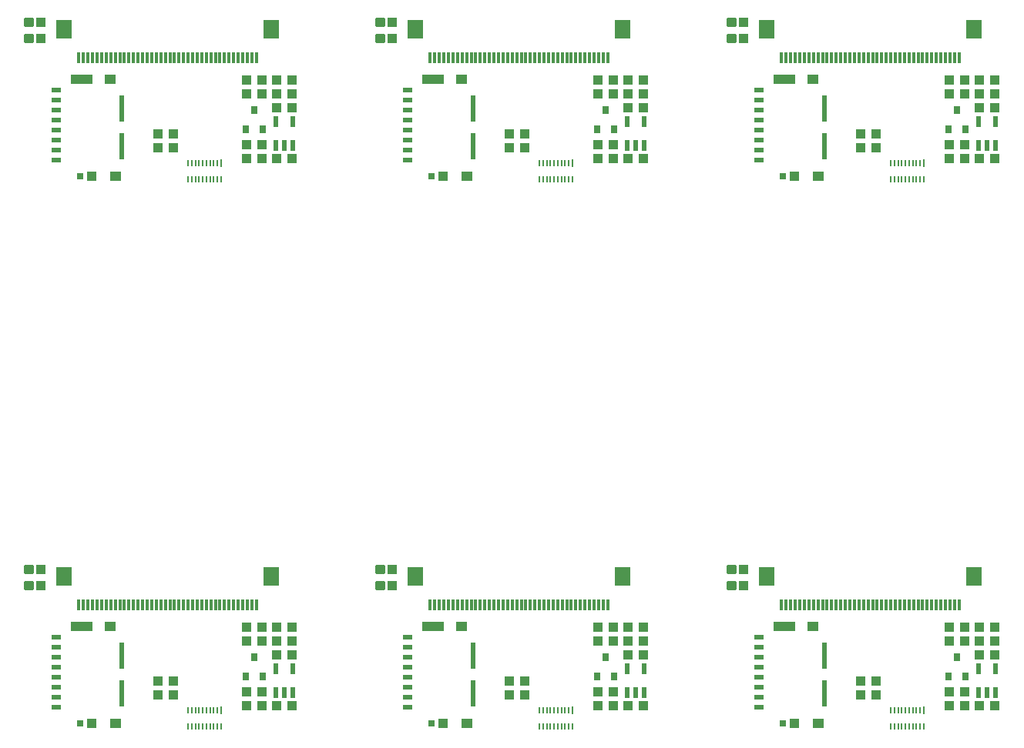
<source format=gtp>
G75*
%MOIN*%
%OFA0B0*%
%FSLAX25Y25*%
%IPPOS*%
%LPD*%
%AMOC8*
5,1,8,0,0,1.08239X$1,22.5*
%
%ADD10R,0.00787X0.03150*%
%ADD11R,0.00787X0.03543*%
%ADD12R,0.02165X0.04724*%
%ADD13R,0.04331X0.03937*%
%ADD14R,0.03150X0.03543*%
%ADD15R,0.01181X0.04724*%
%ADD16R,0.07087X0.07874*%
%ADD17R,0.03937X0.01969*%
%ADD18R,0.03071X0.02835*%
%ADD19R,0.04252X0.04134*%
%ADD20R,0.04724X0.04134*%
%ADD21R,0.09409X0.04134*%
%ADD22R,0.02165X0.11457*%
%ADD23C,0.01181*%
%ADD24R,0.03937X0.04331*%
D10*
X0139755Y0124906D03*
X0141330Y0124906D03*
X0142905Y0124906D03*
X0144480Y0124906D03*
X0146054Y0124906D03*
X0147629Y0124906D03*
X0149204Y0124906D03*
X0150779Y0124906D03*
X0152354Y0124906D03*
X0153928Y0124906D03*
X0152354Y0131993D03*
X0150779Y0131993D03*
X0149204Y0131993D03*
X0147629Y0131993D03*
X0146054Y0131993D03*
X0144480Y0131993D03*
X0142905Y0131993D03*
X0141330Y0131993D03*
X0139755Y0131993D03*
X0291755Y0131993D03*
X0293330Y0131993D03*
X0294905Y0131993D03*
X0296480Y0131993D03*
X0298054Y0131993D03*
X0299629Y0131993D03*
X0301204Y0131993D03*
X0302779Y0131993D03*
X0304354Y0131993D03*
X0304354Y0124906D03*
X0305928Y0124906D03*
X0302779Y0124906D03*
X0301204Y0124906D03*
X0299629Y0124906D03*
X0298054Y0124906D03*
X0296480Y0124906D03*
X0294905Y0124906D03*
X0293330Y0124906D03*
X0291755Y0124906D03*
X0443755Y0124906D03*
X0445330Y0124906D03*
X0446905Y0124906D03*
X0448480Y0124906D03*
X0450054Y0124906D03*
X0451629Y0124906D03*
X0453204Y0124906D03*
X0454779Y0124906D03*
X0456354Y0124906D03*
X0457928Y0124906D03*
X0456354Y0131993D03*
X0454779Y0131993D03*
X0453204Y0131993D03*
X0451629Y0131993D03*
X0450054Y0131993D03*
X0448480Y0131993D03*
X0446905Y0131993D03*
X0445330Y0131993D03*
X0443755Y0131993D03*
X0443755Y0361906D03*
X0445330Y0361906D03*
X0446905Y0361906D03*
X0448480Y0361906D03*
X0450054Y0361906D03*
X0451629Y0361906D03*
X0453204Y0361906D03*
X0454779Y0361906D03*
X0456354Y0361906D03*
X0457928Y0361906D03*
X0456354Y0368993D03*
X0454779Y0368993D03*
X0453204Y0368993D03*
X0451629Y0368993D03*
X0450054Y0368993D03*
X0448480Y0368993D03*
X0446905Y0368993D03*
X0445330Y0368993D03*
X0443755Y0368993D03*
X0305928Y0361906D03*
X0304354Y0361906D03*
X0302779Y0361906D03*
X0301204Y0361906D03*
X0299629Y0361906D03*
X0298054Y0361906D03*
X0296480Y0361906D03*
X0294905Y0361906D03*
X0293330Y0361906D03*
X0291755Y0361906D03*
X0291755Y0368993D03*
X0293330Y0368993D03*
X0294905Y0368993D03*
X0296480Y0368993D03*
X0298054Y0368993D03*
X0299629Y0368993D03*
X0301204Y0368993D03*
X0302779Y0368993D03*
X0304354Y0368993D03*
X0153928Y0361906D03*
X0152354Y0361906D03*
X0150779Y0361906D03*
X0149204Y0361906D03*
X0147629Y0361906D03*
X0146054Y0361906D03*
X0144480Y0361906D03*
X0142905Y0361906D03*
X0141330Y0361906D03*
X0139755Y0361906D03*
X0139755Y0368993D03*
X0141330Y0368993D03*
X0142905Y0368993D03*
X0144480Y0368993D03*
X0146054Y0368993D03*
X0147629Y0368993D03*
X0149204Y0368993D03*
X0150779Y0368993D03*
X0152354Y0368993D03*
D11*
X0153928Y0368796D03*
X0305928Y0368796D03*
X0457928Y0368796D03*
X0457928Y0131796D03*
X0305928Y0131796D03*
X0153928Y0131796D03*
D12*
X0177602Y0139731D03*
X0181342Y0139731D03*
X0185082Y0139731D03*
X0185082Y0149968D03*
X0177602Y0149968D03*
X0329602Y0149968D03*
X0337082Y0149968D03*
X0337082Y0139731D03*
X0333342Y0139731D03*
X0329602Y0139731D03*
X0481602Y0139731D03*
X0485342Y0139731D03*
X0489082Y0139731D03*
X0489082Y0149968D03*
X0481602Y0149968D03*
X0481602Y0376731D03*
X0485342Y0376731D03*
X0489082Y0376731D03*
X0489082Y0386968D03*
X0481602Y0386968D03*
X0337082Y0386968D03*
X0329602Y0386968D03*
X0329602Y0376731D03*
X0333342Y0376731D03*
X0337082Y0376731D03*
X0185082Y0376731D03*
X0181342Y0376731D03*
X0177602Y0376731D03*
X0177602Y0386968D03*
X0185082Y0386968D03*
D13*
X0184688Y0392950D03*
X0184688Y0398950D03*
X0184688Y0404950D03*
X0177995Y0404950D03*
X0177995Y0398950D03*
X0177995Y0392950D03*
X0171688Y0398950D03*
X0171688Y0404950D03*
X0164995Y0404950D03*
X0164995Y0398950D03*
X0164995Y0376950D03*
X0164995Y0370950D03*
X0171688Y0370950D03*
X0171688Y0376950D03*
X0177995Y0370950D03*
X0184688Y0370950D03*
X0133188Y0375450D03*
X0133188Y0381450D03*
X0126495Y0381450D03*
X0126495Y0375450D03*
X0278495Y0375450D03*
X0278495Y0381450D03*
X0285188Y0381450D03*
X0285188Y0375450D03*
X0316995Y0376950D03*
X0316995Y0370950D03*
X0323688Y0370950D03*
X0323688Y0376950D03*
X0329995Y0370950D03*
X0336688Y0370950D03*
X0336688Y0392950D03*
X0336688Y0398950D03*
X0336688Y0404950D03*
X0329995Y0404950D03*
X0329995Y0398950D03*
X0329995Y0392950D03*
X0323688Y0398950D03*
X0323688Y0404950D03*
X0316995Y0404950D03*
X0316995Y0398950D03*
X0430495Y0381450D03*
X0430495Y0375450D03*
X0437188Y0375450D03*
X0437188Y0381450D03*
X0468995Y0376950D03*
X0468995Y0370950D03*
X0475688Y0370950D03*
X0475688Y0376950D03*
X0481995Y0370950D03*
X0488688Y0370950D03*
X0488688Y0392950D03*
X0488688Y0398950D03*
X0488688Y0404950D03*
X0481995Y0404950D03*
X0481995Y0398950D03*
X0481995Y0392950D03*
X0475688Y0398950D03*
X0475688Y0404950D03*
X0468995Y0404950D03*
X0468995Y0398950D03*
X0468995Y0167950D03*
X0468995Y0161950D03*
X0475688Y0161950D03*
X0475688Y0167950D03*
X0481995Y0167950D03*
X0481995Y0161950D03*
X0481995Y0155950D03*
X0488688Y0155950D03*
X0488688Y0161950D03*
X0488688Y0167950D03*
X0475688Y0139950D03*
X0475688Y0133950D03*
X0468995Y0133950D03*
X0468995Y0139950D03*
X0481995Y0133950D03*
X0488688Y0133950D03*
X0437188Y0138450D03*
X0437188Y0144450D03*
X0430495Y0144450D03*
X0430495Y0138450D03*
X0336688Y0133950D03*
X0329995Y0133950D03*
X0323688Y0133950D03*
X0323688Y0139950D03*
X0316995Y0139950D03*
X0316995Y0133950D03*
X0329995Y0155950D03*
X0329995Y0161950D03*
X0329995Y0167950D03*
X0323688Y0167950D03*
X0323688Y0161950D03*
X0316995Y0161950D03*
X0316995Y0167950D03*
X0336688Y0167950D03*
X0336688Y0161950D03*
X0336688Y0155950D03*
X0285188Y0144450D03*
X0285188Y0138450D03*
X0278495Y0138450D03*
X0278495Y0144450D03*
X0184688Y0133950D03*
X0177995Y0133950D03*
X0171688Y0133950D03*
X0171688Y0139950D03*
X0164995Y0139950D03*
X0164995Y0133950D03*
X0177995Y0155950D03*
X0177995Y0161950D03*
X0177995Y0167950D03*
X0171688Y0167950D03*
X0171688Y0161950D03*
X0164995Y0161950D03*
X0164995Y0167950D03*
X0184688Y0167950D03*
X0184688Y0161950D03*
X0184688Y0155950D03*
X0133188Y0144450D03*
X0133188Y0138450D03*
X0126495Y0138450D03*
X0126495Y0144450D03*
D14*
X0164602Y0146513D03*
X0172082Y0146513D03*
X0168342Y0154780D03*
X0316602Y0146513D03*
X0324082Y0146513D03*
X0320342Y0154780D03*
X0468602Y0146513D03*
X0472342Y0154780D03*
X0476082Y0146513D03*
X0476082Y0383513D03*
X0472342Y0391780D03*
X0468602Y0383513D03*
X0324082Y0383513D03*
X0316602Y0383513D03*
X0320342Y0391780D03*
X0172082Y0383513D03*
X0164602Y0383513D03*
X0168342Y0391780D03*
D15*
X0169228Y0414587D03*
X0167259Y0414587D03*
X0165291Y0414587D03*
X0163322Y0414587D03*
X0161354Y0414587D03*
X0159385Y0414587D03*
X0157417Y0414587D03*
X0155448Y0414587D03*
X0153480Y0414587D03*
X0151511Y0414587D03*
X0149543Y0414587D03*
X0147574Y0414587D03*
X0145606Y0414587D03*
X0143637Y0414587D03*
X0141669Y0414587D03*
X0139700Y0414587D03*
X0137732Y0414587D03*
X0135763Y0414587D03*
X0133795Y0414587D03*
X0131826Y0414587D03*
X0129858Y0414587D03*
X0127889Y0414587D03*
X0125921Y0414587D03*
X0123952Y0414587D03*
X0121984Y0414587D03*
X0120015Y0414587D03*
X0118047Y0414587D03*
X0116078Y0414587D03*
X0114110Y0414587D03*
X0112141Y0414587D03*
X0110173Y0414587D03*
X0108204Y0414587D03*
X0106236Y0414587D03*
X0104267Y0414587D03*
X0102298Y0414587D03*
X0100330Y0414587D03*
X0098361Y0414587D03*
X0096393Y0414587D03*
X0094424Y0414587D03*
X0092456Y0414587D03*
X0244456Y0414587D03*
X0246424Y0414587D03*
X0248393Y0414587D03*
X0250361Y0414587D03*
X0252330Y0414587D03*
X0254298Y0414587D03*
X0256267Y0414587D03*
X0258236Y0414587D03*
X0260204Y0414587D03*
X0262173Y0414587D03*
X0264141Y0414587D03*
X0266110Y0414587D03*
X0268078Y0414587D03*
X0270047Y0414587D03*
X0272015Y0414587D03*
X0273984Y0414587D03*
X0275952Y0414587D03*
X0277921Y0414587D03*
X0279889Y0414587D03*
X0281858Y0414587D03*
X0283826Y0414587D03*
X0285795Y0414587D03*
X0287763Y0414587D03*
X0289732Y0414587D03*
X0291700Y0414587D03*
X0293669Y0414587D03*
X0295637Y0414587D03*
X0297606Y0414587D03*
X0299574Y0414587D03*
X0301543Y0414587D03*
X0303511Y0414587D03*
X0305480Y0414587D03*
X0307448Y0414587D03*
X0309417Y0414587D03*
X0311385Y0414587D03*
X0313354Y0414587D03*
X0315322Y0414587D03*
X0317291Y0414587D03*
X0319259Y0414587D03*
X0321228Y0414587D03*
X0396456Y0414587D03*
X0398424Y0414587D03*
X0400393Y0414587D03*
X0402361Y0414587D03*
X0404330Y0414587D03*
X0406298Y0414587D03*
X0408267Y0414587D03*
X0410236Y0414587D03*
X0412204Y0414587D03*
X0414173Y0414587D03*
X0416141Y0414587D03*
X0418110Y0414587D03*
X0420078Y0414587D03*
X0422047Y0414587D03*
X0424015Y0414587D03*
X0425984Y0414587D03*
X0427952Y0414587D03*
X0429921Y0414587D03*
X0431889Y0414587D03*
X0433858Y0414587D03*
X0435826Y0414587D03*
X0437795Y0414587D03*
X0439763Y0414587D03*
X0441732Y0414587D03*
X0443700Y0414587D03*
X0445669Y0414587D03*
X0447637Y0414587D03*
X0449606Y0414587D03*
X0451574Y0414587D03*
X0453543Y0414587D03*
X0455511Y0414587D03*
X0457480Y0414587D03*
X0459448Y0414587D03*
X0461417Y0414587D03*
X0463385Y0414587D03*
X0465354Y0414587D03*
X0467322Y0414587D03*
X0469291Y0414587D03*
X0471259Y0414587D03*
X0473228Y0414587D03*
X0473228Y0177587D03*
X0471259Y0177587D03*
X0469291Y0177587D03*
X0467322Y0177587D03*
X0465354Y0177587D03*
X0463385Y0177587D03*
X0461417Y0177587D03*
X0459448Y0177587D03*
X0457480Y0177587D03*
X0455511Y0177587D03*
X0453543Y0177587D03*
X0451574Y0177587D03*
X0449606Y0177587D03*
X0447637Y0177587D03*
X0445669Y0177587D03*
X0443700Y0177587D03*
X0441732Y0177587D03*
X0439763Y0177587D03*
X0437795Y0177587D03*
X0435826Y0177587D03*
X0433858Y0177587D03*
X0431889Y0177587D03*
X0429921Y0177587D03*
X0427952Y0177587D03*
X0425984Y0177587D03*
X0424015Y0177587D03*
X0422047Y0177587D03*
X0420078Y0177587D03*
X0418110Y0177587D03*
X0416141Y0177587D03*
X0414173Y0177587D03*
X0412204Y0177587D03*
X0410236Y0177587D03*
X0408267Y0177587D03*
X0406298Y0177587D03*
X0404330Y0177587D03*
X0402361Y0177587D03*
X0400393Y0177587D03*
X0398424Y0177587D03*
X0396456Y0177587D03*
X0321228Y0177587D03*
X0319259Y0177587D03*
X0317291Y0177587D03*
X0315322Y0177587D03*
X0313354Y0177587D03*
X0311385Y0177587D03*
X0309417Y0177587D03*
X0307448Y0177587D03*
X0305480Y0177587D03*
X0303511Y0177587D03*
X0301543Y0177587D03*
X0299574Y0177587D03*
X0297606Y0177587D03*
X0295637Y0177587D03*
X0293669Y0177587D03*
X0291700Y0177587D03*
X0289732Y0177587D03*
X0287763Y0177587D03*
X0285795Y0177587D03*
X0283826Y0177587D03*
X0281858Y0177587D03*
X0279889Y0177587D03*
X0277921Y0177587D03*
X0275952Y0177587D03*
X0273984Y0177587D03*
X0272015Y0177587D03*
X0270047Y0177587D03*
X0268078Y0177587D03*
X0266110Y0177587D03*
X0264141Y0177587D03*
X0262173Y0177587D03*
X0260204Y0177587D03*
X0258236Y0177587D03*
X0256267Y0177587D03*
X0254298Y0177587D03*
X0252330Y0177587D03*
X0250361Y0177587D03*
X0248393Y0177587D03*
X0246424Y0177587D03*
X0244456Y0177587D03*
X0169228Y0177587D03*
X0167259Y0177587D03*
X0165291Y0177587D03*
X0163322Y0177587D03*
X0161354Y0177587D03*
X0159385Y0177587D03*
X0157417Y0177587D03*
X0155448Y0177587D03*
X0153480Y0177587D03*
X0151511Y0177587D03*
X0149543Y0177587D03*
X0147574Y0177587D03*
X0145606Y0177587D03*
X0143637Y0177587D03*
X0141669Y0177587D03*
X0139700Y0177587D03*
X0137732Y0177587D03*
X0135763Y0177587D03*
X0133795Y0177587D03*
X0131826Y0177587D03*
X0129858Y0177587D03*
X0127889Y0177587D03*
X0125921Y0177587D03*
X0123952Y0177587D03*
X0121984Y0177587D03*
X0120015Y0177587D03*
X0118047Y0177587D03*
X0116078Y0177587D03*
X0114110Y0177587D03*
X0112141Y0177587D03*
X0110173Y0177587D03*
X0108204Y0177587D03*
X0106236Y0177587D03*
X0104267Y0177587D03*
X0102298Y0177587D03*
X0100330Y0177587D03*
X0098361Y0177587D03*
X0096393Y0177587D03*
X0094424Y0177587D03*
X0092456Y0177587D03*
D16*
X0085960Y0189989D03*
X0175724Y0189989D03*
X0237960Y0189989D03*
X0327724Y0189989D03*
X0389960Y0189989D03*
X0479724Y0189989D03*
X0479724Y0426989D03*
X0389960Y0426989D03*
X0327724Y0426989D03*
X0237960Y0426989D03*
X0175724Y0426989D03*
X0085960Y0426989D03*
D17*
X0082495Y0400544D03*
X0082495Y0396213D03*
X0082495Y0391883D03*
X0082495Y0387552D03*
X0082495Y0383221D03*
X0082495Y0378891D03*
X0082495Y0374560D03*
X0082495Y0370229D03*
X0234495Y0370229D03*
X0234495Y0374560D03*
X0234495Y0378891D03*
X0234495Y0383221D03*
X0234495Y0387552D03*
X0234495Y0391883D03*
X0234495Y0396213D03*
X0234495Y0400544D03*
X0386495Y0400544D03*
X0386495Y0396213D03*
X0386495Y0391883D03*
X0386495Y0387552D03*
X0386495Y0383221D03*
X0386495Y0378891D03*
X0386495Y0374560D03*
X0386495Y0370229D03*
X0386495Y0163544D03*
X0386495Y0159213D03*
X0386495Y0154883D03*
X0386495Y0150552D03*
X0386495Y0146221D03*
X0386495Y0141891D03*
X0386495Y0137560D03*
X0386495Y0133229D03*
X0234495Y0133229D03*
X0234495Y0137560D03*
X0234495Y0141891D03*
X0234495Y0146221D03*
X0234495Y0150552D03*
X0234495Y0154883D03*
X0234495Y0159213D03*
X0234495Y0163544D03*
X0082495Y0163544D03*
X0082495Y0159213D03*
X0082495Y0154883D03*
X0082495Y0150552D03*
X0082495Y0146221D03*
X0082495Y0141891D03*
X0082495Y0137560D03*
X0082495Y0133229D03*
D18*
X0093047Y0126143D03*
X0245047Y0126143D03*
X0397047Y0126143D03*
X0397047Y0363143D03*
X0245047Y0363143D03*
X0093047Y0363143D03*
D19*
X0098047Y0363143D03*
X0250047Y0363143D03*
X0402047Y0363143D03*
X0402047Y0126143D03*
X0250047Y0126143D03*
X0098047Y0126143D03*
D20*
X0108322Y0126143D03*
X0106078Y0168170D03*
X0258078Y0168170D03*
X0260322Y0126143D03*
X0412322Y0126143D03*
X0410078Y0168170D03*
X0412322Y0363143D03*
X0410078Y0405170D03*
X0260322Y0363143D03*
X0258078Y0405170D03*
X0106078Y0405170D03*
X0108322Y0363143D03*
D21*
X0093539Y0405170D03*
X0245539Y0405170D03*
X0397539Y0405170D03*
X0397539Y0168170D03*
X0245539Y0168170D03*
X0093539Y0168170D03*
D22*
X0110980Y0155650D03*
X0110980Y0139154D03*
X0262980Y0139154D03*
X0262980Y0155650D03*
X0414980Y0155650D03*
X0414980Y0139154D03*
X0414980Y0376154D03*
X0414980Y0392650D03*
X0262980Y0392650D03*
X0262980Y0376154D03*
X0110980Y0376154D03*
X0110980Y0392650D03*
D23*
X0072220Y0421619D02*
X0069464Y0421619D01*
X0069464Y0424375D01*
X0072220Y0424375D01*
X0072220Y0421619D01*
X0072220Y0422741D02*
X0069464Y0422741D01*
X0069464Y0423863D02*
X0072220Y0423863D01*
X0072220Y0428524D02*
X0069464Y0428524D01*
X0069464Y0431280D01*
X0072220Y0431280D01*
X0072220Y0428524D01*
X0072220Y0429646D02*
X0069464Y0429646D01*
X0069464Y0430768D02*
X0072220Y0430768D01*
X0221464Y0428524D02*
X0224220Y0428524D01*
X0221464Y0428524D02*
X0221464Y0431280D01*
X0224220Y0431280D01*
X0224220Y0428524D01*
X0224220Y0429646D02*
X0221464Y0429646D01*
X0221464Y0430768D02*
X0224220Y0430768D01*
X0224220Y0421619D02*
X0221464Y0421619D01*
X0221464Y0424375D01*
X0224220Y0424375D01*
X0224220Y0421619D01*
X0224220Y0422741D02*
X0221464Y0422741D01*
X0221464Y0423863D02*
X0224220Y0423863D01*
X0373464Y0421619D02*
X0376220Y0421619D01*
X0373464Y0421619D02*
X0373464Y0424375D01*
X0376220Y0424375D01*
X0376220Y0421619D01*
X0376220Y0422741D02*
X0373464Y0422741D01*
X0373464Y0423863D02*
X0376220Y0423863D01*
X0376220Y0428524D02*
X0373464Y0428524D01*
X0373464Y0431280D01*
X0376220Y0431280D01*
X0376220Y0428524D01*
X0376220Y0429646D02*
X0373464Y0429646D01*
X0373464Y0430768D02*
X0376220Y0430768D01*
X0376220Y0191524D02*
X0373464Y0191524D01*
X0373464Y0194280D01*
X0376220Y0194280D01*
X0376220Y0191524D01*
X0376220Y0192646D02*
X0373464Y0192646D01*
X0373464Y0193768D02*
X0376220Y0193768D01*
X0376220Y0184619D02*
X0373464Y0184619D01*
X0373464Y0187375D01*
X0376220Y0187375D01*
X0376220Y0184619D01*
X0376220Y0185741D02*
X0373464Y0185741D01*
X0373464Y0186863D02*
X0376220Y0186863D01*
X0224220Y0184619D02*
X0221464Y0184619D01*
X0221464Y0187375D01*
X0224220Y0187375D01*
X0224220Y0184619D01*
X0224220Y0185741D02*
X0221464Y0185741D01*
X0221464Y0186863D02*
X0224220Y0186863D01*
X0224220Y0191524D02*
X0221464Y0191524D01*
X0221464Y0194280D01*
X0224220Y0194280D01*
X0224220Y0191524D01*
X0224220Y0192646D02*
X0221464Y0192646D01*
X0221464Y0193768D02*
X0224220Y0193768D01*
X0072220Y0191524D02*
X0069464Y0191524D01*
X0069464Y0194280D01*
X0072220Y0194280D01*
X0072220Y0191524D01*
X0072220Y0192646D02*
X0069464Y0192646D01*
X0069464Y0193768D02*
X0072220Y0193768D01*
X0072220Y0184619D02*
X0069464Y0184619D01*
X0069464Y0187375D01*
X0072220Y0187375D01*
X0072220Y0184619D01*
X0072220Y0185741D02*
X0069464Y0185741D01*
X0069464Y0186863D02*
X0072220Y0186863D01*
D24*
X0075842Y0186103D03*
X0075842Y0192796D03*
X0227842Y0192796D03*
X0227842Y0186103D03*
X0379842Y0186103D03*
X0379842Y0192796D03*
X0379842Y0423103D03*
X0379842Y0429796D03*
X0227842Y0429796D03*
X0227842Y0423103D03*
X0075842Y0423103D03*
X0075842Y0429796D03*
M02*

</source>
